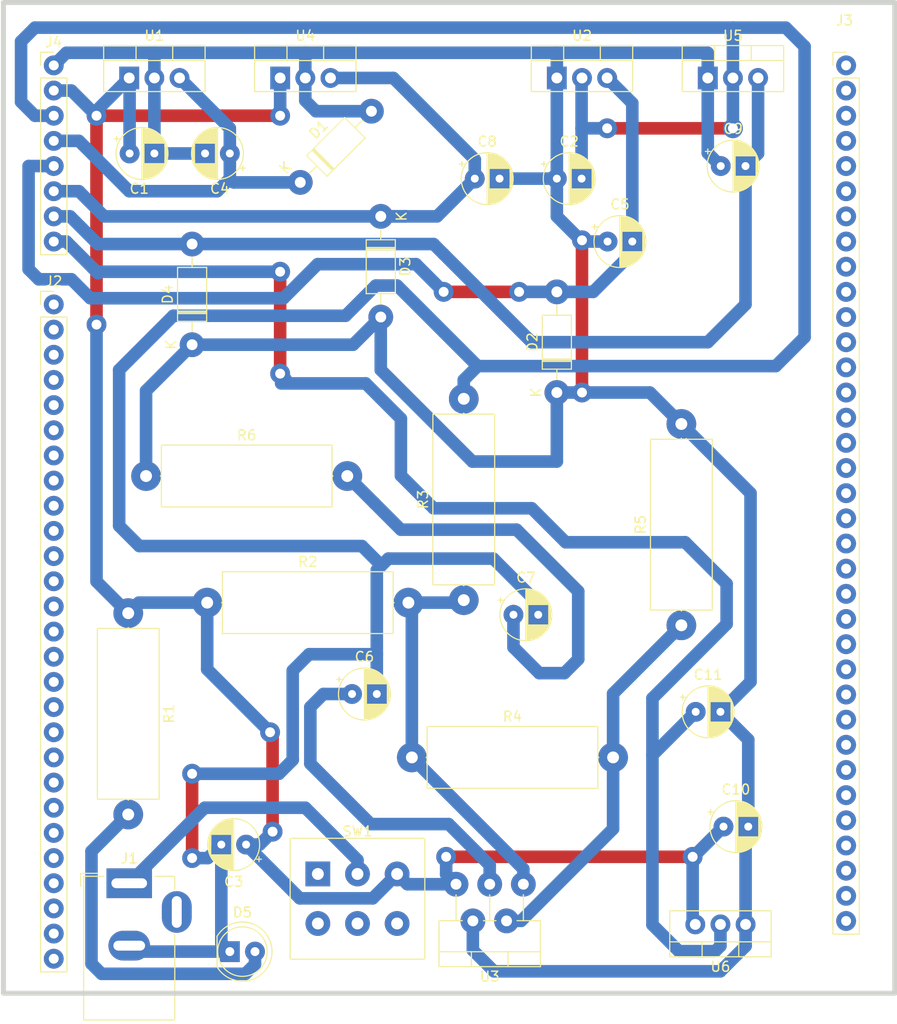
<source format=kicad_pcb>
(kicad_pcb (version 20221018) (generator pcbnew)
  (title_block (title "Fonte de tensao LM675") (date "2023-04-12") (rev "v01") (company "EITduino") (comment 1 "Autor: Gustavo Pinheiro") (comment 2 "reguladores: usar capacitores de tantalo"))
  (layers (0 "F.Cu" signal) (31 "B.Cu" signal) (34 "B.Paste" user) (35 "F.Paste" user) (36 "B.SilkS" user "B.Silkscreen") (37 "F.SilkS" user "F.Silkscreen") (38 "B.Mask" user) (39 "F.Mask" user) (44 "Edge.Cuts" user))
  (net 0 "")
  (net 1 "VCC")
  (net 2 "GND")
  (net 3 "Net-(U3-V-)")
  (net 4 "Net-(C7-Pad1)")
  (net 5 "Earth")
  (net 6 "+9V")
  (net 7 "-9V")
  (net 8 "+5V")
  (net 9 "-5V")
  (net 10 "+3.3V")
  (net 11 "Net-(D5-A)")
  (net 12 "Net-(J1-Pad1)")
  (net 13 "I1")
  (net 14 "I2")
  (net 15 "Ampl1")
  (net 16 "Ampl2")
  (net 17 "Sin1")
  (net 18 "Sin2")
  (net 48 "SinA")
  (net 49 "SinB")
  (net 50 "SINC")
  (net 51 "SPI_COPI")
  (net 52 "SPI_CIPO")
  (net 53 "SPI_clk")
  (net 54 "CS (AD9833)")
  (net 55 "CS (X9c10x)")
  (net 58 "SCL3")
  (net 59 "SDA3")
  (net 60 "SCL2")
  (net 61 "SDA2")
  (net 62 "SCL1")
  (net 63 "SDA1")
  (net 64 "Net-(U3-+)")
  (net 65 "Net-(U3--)")
  (footprint "Connector_BarrelJack:BarrelJack_GCT_DCJ200-10-A_Horizontal" (layer "F.Cu") (at 114.3 139.7)
    (fp_text reference "J1" (at 0 -2.5) (layer "F.SilkS"))
    (fp_text value "Barrel_Jack")
    (pad "1" thru_hole rect (at 0 0) (size 4.6 3) (drill oval 3.6 1) (layers "*.Cu" "*.Mask") (net 12 "Net-(J1-Pad1)"))
    (pad "2" thru_hole oval (at 0 6.3) (size 4.2 3) (drill oval 3.2 1) (layers "*.Cu" "*.Mask") (net 2 "GND"))
    (pad "3" thru_hole oval (at 4.8 2.9) (size 3 4.2) (drill oval 1 3.2) (layers "*.Cu" "*.Mask"))
  )
  (footprint "Package_TO_SOT_THT:TO-220-5_P3.4x3.7mm_StaggerOdd_Lead3.8mm_Vertical" (layer "F.Cu") (at 154.1 139.8 180)
    (fp_text reference "U3" (at 3.4 -9.32) (layer "F.SilkS"))
    (fp_text value "LM675")
    (pad "1" thru_hole circle (at 0 0 180) (size 2.5 2.5) (drill 1.1) (layers "*.Cu" "*.Mask") (net 64 "Net-(U3-+)"))
    (pad "2" thru_hole circle (at 1.7 -3.7 180) (size 2.5 2.5) (drill 1.1) (layers "*.Cu" "*.Mask") (net 65 "Net-(U3--)"))
    (pad "3" thru_hole circle (at 3.4 0 180) (size 2.5 2.5) (drill 1.1) (layers "*.Cu" "*.Mask") (net 3 "Net-(U3-V-)"))
    (pad "4" thru_hole circle (at 5.1 -3.7 180) (size 2.5 2.5) (drill 1.1) (layers "*.Cu" "*.Mask") (net 5 "Earth"))
    (pad "5" thru_hole circle (at 6.8 0 180) (size 2.5 2.5) (drill 1.1) (layers "*.Cu" "*.Mask") (net 1 "VCC"))
  )
  (footprint "Capacitor_THT:CP_Radial_D5.0mm_P2.50mm" (layer "F.Cu") (at 157.48 68.58)
    (fp_text reference "C2" (at 1.25 -3.75) (layer "F.SilkS"))
    (fp_text value "2.2uF")
    (pad "1" thru_hole circle (at 0 0) (size 2 2) (drill 0.8) (layers "*.Cu" "*.Mask") (net 5 "Earth"))
    (pad "2" thru_hole rect (at 2.5 0) (size 2 2.5) (drill 0.8) (layers "*.Cu" "*.Mask") (net 2 "GND"))
  )
  (footprint "Capacitor_THT:CP_Radial_D5.0mm_P2.50mm" (layer "F.Cu") (at 136.8 120.6)
    (fp_text reference "C6" (at 1.25 -3.75) (layer "F.SilkS"))
    (fp_text value "0.1uF")
    (pad "1" thru_hole circle (at 0 0) (size 2 2) (drill 0.8) (layers "*.Cu" "*.Mask") (net 3 "Net-(U3-V-)"))
    (pad "2" thru_hole rect (at 2.5 0) (size 2 2.5) (drill 0.8) (layers "*.Cu" "*.Mask") (net 2 "GND"))
  )
  (footprint "Resistor_THT:R_Axial_DIN0617_L17.0mm_D6.0mm_P20.32mm_Horizontal" (layer "F.Cu") (at 114.2 112.44 -90)
    (fp_text reference "R1" (at 10.16 -4.12 90) (layer "F.SilkS"))
    (fp_text value "1.5k")
    (pad "1" thru_hole circle (at 0 0 270) (size 3 3) (drill 1.2) (layers "*.Cu" "*.Mask") (net 1 "VCC"))
    (pad "2" thru_hole circle (at 20.32 0 270) (size 3 3) (drill 1.2) (layers "*.Cu" "*.Mask") (net 11 "Net-(D5-A)"))
  )
  (footprint "Diode_THT:D_DO-41_SOD81_P10.16mm_Horizontal" (layer "F.Cu") (at 157.48 90.17 90)
    (fp_text reference "D2" (at 5.08 -2.47 90) (layer "F.SilkS"))
    (fp_text value "1N5819")
    (fp_text user "K" (at 0 -2.1 90) (layer "F.SilkS"))
    (pad "1" thru_hole circle (at 0 0 90) (size 2.5 2.5) (drill 1.1) (layers "*.Cu" "*.Mask") (net 5 "Earth"))
    (pad "2" thru_hole circle (at 10.16 0 90) (size 2.5 2.5) (drill 1.1) (layers "*.Cu" "*.Mask") (net 7 "-9V"))
  )
  (footprint "Package_TO_SOT_THT:TO-220-3_Vertical" (layer "F.Cu") (at 114.3 58.42)
    (fp_text reference "U1" (at 2.54 -4.27) (layer "F.SilkS"))
    (fp_text value "L7809")
    (pad "1" thru_hole rect (at 0 0) (size 2 2.3) (drill 1.1) (layers "*.Cu" "*.Mask") (net 1 "VCC"))
    (pad "2" thru_hole circle (at 2.54 0) (size 2 2) (drill 1.1) (layers "*.Cu" "*.Mask") (net 5 "Earth"))
    (pad "3" thru_hole circle (at 5.08 0) (size 2 2) (drill 1.1) (layers "*.Cu" "*.Mask") (net 6 "+9V"))
  )
  (footprint "Diode_THT:D_DO-41_SOD81_P10.16mm_Horizontal" (layer "F.Cu") (at 120.65 85.344 90)
    (fp_text reference "D4" (at 5.08 -2.47 90) (layer "F.SilkS"))
    (fp_text value "1N5819")
    (fp_text user "K" (at 0 -2.1 90) (layer "F.SilkS"))
    (pad "1" thru_hole circle (at 0 0 90) (size 2.5 2.5) (drill 1.1) (layers "*.Cu" "*.Mask") (net 5 "Earth"))
    (pad "2" thru_hole circle (at 10.16 0 90) (size 2.5 2.5) (drill 1.1) (layers "*.Cu" "*.Mask") (net 9 "-5V"))
  )
  (footprint "Capacitor_THT:CP_Radial_D5.0mm_P2.50mm" (layer "F.Cu") (at 174.308888 133.985)
    (fp_text reference "C10" (at 1.25 -3.75) (layer "F.SilkS"))
    (fp_text value "10uF")
    (pad "1" thru_hole circle (at 0 0) (size 2 2) (drill 0.8) (layers "*.Cu" "*.Mask") (net 1 "VCC"))
    (pad "2" thru_hole rect (at 2.5 0) (size 2 2.5) (drill 0.8) (layers "*.Cu" "*.Mask") (net 5 "Earth"))
  )
  (footprint "Connector_PinHeader_2.54mm:PinHeader_1x35_P2.54mm_Vertical" (layer "F.Cu") (at 186.69 57.15)
    (fp_text reference "J3" (at -0.165 -4.535) (layer "F.SilkS"))
    (fp_text value "comunicacao / sinais digitais" hide)
    (pad "1" thru_hole circle (at 0 0) (size 2 2) (drill 1) (layers "*.Cu" "*.Mask") (net 50 "SINC"))
    (pad "2" thru_hole circle (at 0 2.54) (size 2 2) (drill 1) (layers "*.Cu" "*.Mask") (net 51 "SPI_COPI"))
    (pad "3" thru_hole circle (at 0 5.08) (size 2 2) (drill 1) (layers "*.Cu" "*.Mask") (net 52 "SPI_CIPO"))
    (pad "4" thru_hole circle (at 0 7.62) (size 2 2) (drill 1) (layers "*.Cu" "*.Mask") (net 53 "SPI_clk"))
    (pad "5" thru_hole circle (at 0 10.16) (size 2 2) (drill 1) (layers "*.Cu" "*.Mask") (net 54 "CS (AD9833)"))
    (pad "6" thru_hole circle (at 0 12.7) (size 2 2) (drill 1) (layers "*.Cu" "*.Mask") (net 55 "CS (X9c10x)"))
    (pad "7" thru_hole circle (at 0 15.24) (size 2 2) (drill 1) (layers "*.Cu" "*.Mask"))
    (pad "8" thru_hole circle (at 0 17.78) (size 2 2) (drill 1) (layers "*.Cu" "*.Mask"))
    (pad "9" thru_hole circle (at 0 20.32) (size 2 2) (drill 1) (layers "*.Cu" "*.Mask"))
    (pad "10" thru_hole circle (at 0 22.86) (size 2 2) (drill 1) (layers "*.Cu" "*.Mask"))
    (pad "11" thru_hole circle (at 0 25.4) (size 2 2) (drill 1) (layers "*.Cu" "*.Mask"))
    (pad "12" thru_hole circle (at 0 27.94) (size 2 2) (drill 1) (layers "*.Cu" "*.Mask"))
    (pad "13" thru_hole circle (at 0 30.48) (size 2 2) (drill 1) (layers "*.Cu" "*.Mask"))
    (pad "14" thru_hole circle (at 0 33.02) (size 2 2) (drill 1) (layers "*.Cu" "*.Mask"))
    (pad "15" thru_hole circle (at 0 35.56) (size 2 2) (drill 1) (layers "*.Cu" "*.Mask"))
    (pad "16" thru_hole circle (at 0 38.1) (size 2 2) (drill 1) (layers "*.Cu" "*.Mask"))
    (pad "17" thru_hole circle (at 0 40.64) (size 2 2) (drill 1) (layers "*.Cu" "*.Mask"))
    (pad "18" thru_hole circle (at 0 43.18) (size 2 2) (drill 1) (layers "*.Cu" "*.Mask"))
    (pad "19" thru_hole circle (at 0 45.72) (size 2 2) (drill 1) (layers "*.Cu" "*.Mask"))
    (pad "20" thru_hole circle (at 0 48.26) (size 2 2) (drill 1) (layers "*.Cu" "*.Mask"))
    (pad "21" thru_hole circle (at 0 50.8) (size 2 2) (drill 1) (layers "*.Cu" "*.Mask"))
    (pad "22" thru_hole circle (at 0 53.34) (size 2 2) (drill 1) (layers "*.Cu" "*.Mask"))
    (pad "23" thru_hole circle (at 0 55.88) (size 2 2) (drill 1) (layers "*.Cu" "*.Mask"))
    (pad "24" thru_hole circle (at 0 58.42) (size 2 2) (drill 1) (layers "*.Cu" "*.Mask"))
    (pad "25" thru_hole circle (at 0 60.96) (size 2 2) (drill 1) (layers "*.Cu" "*.Mask"))
    (pad "26" thru_hole circle (at 0 63.5) (size 2 2) (drill 1) (layers "*.Cu" "*.Mask"))
    (pad "27" thru_hole circle (at 0 66.04) (size 2 2) (drill 1) (layers "*.Cu" "*.Mask"))
    (pad "28" thru_hole circle (at 0 68.58) (size 2 2) (drill 1) (layers "*.Cu" "*.Mask"))
    (pad "29" thru_hole circle (at 0 71.12) (size 2 2) (drill 1) (layers "*.Cu" "*.Mask"))
    (pad "30" thru_hole circle (at 0 73.66) (size 2 2) (drill 1) (layers "*.Cu" "*.Mask") (net 58 "SCL3"))
    (pad "31" thru_hole circle (at 0 76.2) (size 2 2) (drill 1) (layers "*.Cu" "*.Mask") (net 59 "SDA3"))
    (pad "32" thru_hole circle (at 0 78.74) (size 2 2) (drill 1) (layers "*.Cu" "*.Mask") (net 60 "SCL2"))
    (pad "33" thru_hole circle (at 0 81.28) (size 2 2) (drill 1) (layers "*.Cu" "*.Mask") (net 61 "SDA2"))
    (pad "34" thru_hole circle (at 0 83.82) (size 2 2) (drill 1) (layers "*.Cu" "*.Mask") (net 62 "SCL1"))
    (pad "35" thru_hole circle (at 0 86.36) (size 2 2) (drill 1) (layers "*.Cu" "*.Mask") (net 63 "SDA1"))
  )
  (footprint "Resistor_THT:R_Axial_DIN0617_L17.0mm_D6.0mm_P20.32mm_Horizontal" (layer "F.Cu") (at 142.84 127)
    (fp_text reference "R4" (at 10.16 -4.12) (layer "F.SilkS"))
    (fp_text value "1k")
    (pad "1" thru_hole circle (at 0 0) (size 3 3) (drill 1.2) (layers "*.Cu" "*.Mask") (net 64 "Net-(U3-+)"))
    (pad "2" thru_hole circle (at 20.32 0) (size 3 3) (drill 1.2) (layers "*.Cu" "*.Mask") (net 65 "Net-(U3--)"))
  )
  (footprint "Package_TO_SOT_THT:TO-220-3_Vertical" (layer "F.Cu") (at 176.54 143.855 180)
    (fp_text reference "U6" (at 2.54 -4.27) (layer "F.SilkS"))
    (fp_text value "LM1117T-3.3")
    (pad "1" thru_hole circle (at 0 0 180) (size 2 2) (drill 1.1) (layers "*.Cu" "*.Mask") (net 5 "Earth"))
    (pad "2" thru_hole circle (at 2.54 0 180) (size 2 2) (drill 1.1) (layers "*.Cu" "*.Mask") (net 10 "+3.3V"))
    (pad "3" thru_hole circle (at 5.08 0 180) (size 2 2) (drill 1.1) (layers "*.Cu" "*.Mask") (net 1 "VCC"))
  )
  (footprint "Capacitor_THT:CP_Radial_D5.0mm_P2.50mm" (layer "F.Cu") (at 174.03 67.31)
    (fp_text reference "C9" (at 1.25 -3.75) (layer "F.SilkS"))
    (fp_text value "1uF")
    (pad "1" thru_hole circle (at 0 0) (size 2 2) (drill 0.8) (layers "*.Cu" "*.Mask") (net 5 "Earth"))
    (pad "2" thru_hole rect (at 2.5 0) (size 2 2.5) (drill 0.8) (layers "*.Cu" "*.Mask") (net 9 "-5V"))
  )
  (footprint "Resistor_THT:R_Axial_DIN0617_L17.0mm_D6.0mm_P20.32mm_Horizontal" (layer "F.Cu") (at 170.053 113.665 90)
    (fp_text reference "R5" (at 10.16 -4.12 90) (layer "F.SilkS"))
    (fp_text value "15k")
    (pad "1" thru_hole circle (at 0 0 90) (size 3 3) (drill 1.2) (layers "*.Cu" "*.Mask") (net 65 "Net-(U3--)"))
    (pad "2" thru_hole circle (at 20.32 0 90) (size 3 3) (drill 1.2) (layers "*.Cu" "*.Mask") (net 5 "Earth"))
  )
  (footprint "Package_TO_SOT_THT:TO-220-3_Vertical" (layer "F.Cu") (at 157.48 58.42)
    (fp_text reference "U2" (at 2.54 -4.27) (layer "F.SilkS"))
    (fp_text value "LM7909_TO220")
    (pad "1" thru_hole rect (at 0 0) (size 2 2.3) (drill 1.1) (layers "*.Cu" "*.Mask") (net 5 "Earth"))
    (pad "2" thru_hole circle (at 2.54 0) (size 2 2) (drill 1.1) (layers "*.Cu" "*.Mask") (net 2 "GND"))
    (pad "3" thru_hole circle (at 5.08 0) (size 2 2) (drill 1.1) (layers "*.Cu" "*.Mask") (net 7 "-9V"))
  )
  (footprint "Capacitor_THT:CP_Radial_D5.0mm_P2.50mm" (layer "F.Cu") (at 149.194888 68.58)
    (fp_text reference "C8" (at 1.25 -3.75) (layer "F.SilkS"))
    (fp_text value "0.1uF")
    (pad "1" thru_hole circle (at 0 0) (size 2 2) (drill 0.8) (layers "*.Cu" "*.Mask") (net 8 "+5V"))
    (pad "2" thru_hole rect (at 2.5 0) (size 2 2.5) (drill 0.8) (layers "*.Cu" "*.Mask") (net 5 "Earth"))
  )
  (footprint "Connector_PinHeader_2.54mm:PinHeader_1x08_P2.54mm_Vertical" (layer "F.Cu") (at 106.68 57.15)
    (fp_text reference "J4" (at 0 -2.33) (layer "F.SilkS"))
    (fp_text value "tensoes" hide)
    (pad "1" thru_hole circle (at 0 0) (size 2 2) (drill 1) (layers "*.Cu" "*.Mask") (net 5 "Earth"))
    (pad "2" thru_hole circle (at 0 2.54) (size 2 2) (drill 1) (layers "*.Cu" "*.Mask") (net 1 "VCC"))
    (pad "3" thru_hole circle (at 0 5.08) (size 2 2) (drill 1) (layers "*.Cu" "*.Mask") (net 2 "GND"))
    (pad "4" thru_hole circle (at 0 7.62) (size 2 2) (drill 1) (layers "*.Cu" "*.Mask") (net 6 "+9V"))
    (pad "5" thru_hole circle (at 0 10.16) (size 2 2) (drill 1) (layers "*.Cu" "*.Mask") (net 7 "-9V"))
    (pad "6" thru_hole circle (at 0 12.7) (size 2 2) (drill 1) (layers "*.Cu" "*.Mask") (net 8 "+5V"))
    (pad "7" thru_hole circle (at 0 15.24) (size 2 2) (drill 1) (layers "*.Cu" "*.Mask") (net 9 "-5V"))
    (pad "8" thru_hole circle (at 0 17.78) (size 2 2) (drill 1) (layers "*.Cu" "*.Mask") (net 10 "+3.3V"))
  )
  (footprint "Connector_PinHeader_2.54mm:PinHeader_1x27_P2.54mm_Vertical" (layer "F.Cu") (at 106.68 81.28)
    (fp_text reference "J2" (at 0 -2.33) (layer "F.SilkS"))
    (fp_text value "sinais analogicos")
    (pad "1" thru_hole circle (at 0 0) (size 2 2) (drill 1) (layers "*.Cu" "*.Mask"))
    (pad "2" thru_hole circle (at 0 2.54) (size 2 2) (drill 1) (layers "*.Cu" "*.Mask"))
    (pad "3" thru_hole circle (at 0 5.08) (size 2 2) (drill 1) (layers "*.Cu" "*.Mask"))
    (pad "4" thru_hole circle (at 0 7.62) (size 2 2) (drill 1) (layers "*.Cu" "*.Mask"))
    (pad "5" thru_hole circle (at 0 10.16) (size 2 2) (drill 1) (layers "*.Cu" "*.Mask"))
    (pad "6" thru_hole circle (at 0 12.7) (size 2 2) (drill 1) (layers "*.Cu" "*.Mask"))
    (pad "7" thru_hole circle (at 0 15.24) (size 2 2) (drill 1) (layers "*.Cu" "*.Mask"))
    (pad "8" thru_hole circle (at 0 17.78) (size 2 2) (drill 1) (layers "*.Cu" "*.Mask"))
    (pad "9" thru_hole circle (at 0 20.32) (size 2 2) (drill 1) (layers "*.Cu" "*.Mask"))
    (pad "10" thru_hole circle (at 0 22.86) (size 2 2) (drill 1) (layers "*.Cu" "*.Mask"))
    (pad "11" thru_hole circle (at 0 25.4) (size 2 2) (drill 1) (layers "*.Cu" "*.Mask"))
    (pad "12" thru_hole circle (at 0 27.94) (size 2 2) (drill 1) (layers "*.Cu" "*.Mask"))
    (pad "13" thru_hole circle (at 0 30.48) (size 2 2) (drill 1) (layers "*.Cu" "*.Mask"))
    (pad "14" thru_hole circle (at 0 33.02) (size 2 2) (drill 1) (layers "*.Cu" "*.Mask"))
    (pad "15" thru_hole circle (at 0 35.56) (size 2 2) (drill 1) (layers "*.Cu" "*.Mask"))
    (pad "16" thru_hole circle (at 0 38.1) (size 2 2) (drill 1) (layers "*.Cu" "*.Mask"))
    (pad "17" thru_hole circle (at 0 40.64) (size 2 2) (drill 1) (layers "*.Cu" "*.Mask"))
    (pad "18" thru_hole circle (at 0 43.18) (size 2 2) (drill 1) (layers "*.Cu" "*.Mask"))
    (pad "19" thru_hole circle (at 0 45.72) (size 2 2) (drill 1) (layers "*.Cu" "*.Mask"))
    (pad "20" thru_hole circle (at 0 48.26) (size 2 2) (drill 1) (layers "*.Cu" "*.Mask") (net 13 "I1"))
    (pad "21" thru_hole circle (at 0 50.8) (size 2 2) (drill 1) (layers "*.Cu" "*.Mask") (net 14 "I2"))
    (pad "22" thru_hole circle (at 0 53.34) (size 2 2) (drill 1) (layers "*.Cu" "*.Mask") (net 15 "Ampl1"))
    (pad "23" thru_hole circle (at 0 55.88) (size 2 2) (drill 1) (layers "*.Cu" "*.Mask") (net 16 "Ampl2"))
    (pad "24" thru_hole circle (at 0 58.42) (size 2 2) (drill 1) (layers "*.Cu" "*.Mask") (net 17 "Sin1"))
    (pad "25" thru_hole circle (at 0 60.96) (size 2 2) (drill 1) (layers "*.Cu" "*.Mask") (net 18 "Sin2"))
    (pad "26" thru_hole circle (at 0 63.5) (size 2 2) (drill 1) (layers "*.Cu" "*.Mask") (net 48 "SinA"))
    (pad "27" thru_hole circle (at 0 66.04) (size 2 2) (drill 1) (layers "*.Cu" "*.Mask") (net 49 "SinB"))
  )
  (footprint "Button_Switch_THT:SW_PUSH_E-Switch_FS5700DP_DPDT" (layer "F.Cu") (at 133.35 138.764)
    (fp_text reference "SW1" (at 4 -4.3) (layer "F.SilkS"))
    (fp_text value "SW_Push_DPDT")
    (pad "1" thru_hole rect (at 0 0) (size 2.5 2.5) (drill 1.2) (layers "*.Cu" "*.Mask"))
    (pad "2" thru_hole circle (at 4 0) (size 2.5 2.5) (drill 1.2) (layers "*.Cu" "*.Mask") (net 12 "Net-(J1-Pad1)"))
    (pad "3" thru_hole circle (at 8 0) (size 2.5 2.5) (drill 1.2) (layers "*.Cu" "*.Mask") (net 1 "VCC"))
    (pad "4" thru_hole circle (at 0 5) (size 2.5 2.5) (drill 1.2) (layers "*.Cu" "*.Mask"))
    (pad "5" thru_hole circle (at 4 5) (size 2.5 2.5) (drill 1.2) (layers "*.Cu" "*.Mask"))
    (pad "6" thru_hole circle (at 8 5) (size 2.5 2.5) (drill 1.2) (layers "*.Cu" "*.Mask"))
  )
  (footprint "Resistor_THT:R_Axial_DIN0617_L17.0mm_D6.0mm_P20.32mm_Horizontal" (layer "F.Cu") (at 122.174 111.379)
    (fp_text reference "R2" (at 10.16 -4.12) (layer "F.SilkS"))
    (fp_text value "22k")
    (pad "1" thru_hole circle (at 0 0) (size 3 3) (drill 1.2) (layers "*.Cu" "*.Mask") (net 1 "VCC"))
    (pad "2" thru_hole circle (at 20.32 0) (size 3 3) (drill 1.2) (layers "*.Cu" "*.Mask") (net 64 "Net-(U3-+)"))
  )
  (footprint "Package_TO_SOT_THT:TO-220-3_Vertical" (layer "F.Cu") (at 129.54 58.42)
    (fp_text reference "U4" (at 2.54 -4.27) (layer "F.SilkS"))
    (fp_text value "L7805")
    (pad "1" thru_hole rect (at 0 0) (size 2 2.3) (drill 1.1) (layers "*.Cu" "*.Mask") (net 1 "VCC"))
    (pad "2" thru_hole circle (at 2.54 0) (size 2 2) (drill 1.1) (layers "*.Cu" "*.Mask") (net 5 "Earth"))
    (pad "3" thru_hole circle (at 5.08 0) (size 2 2) (drill 1.1) (layers "*.Cu" "*.Mask") (net 8 "+5V"))
  )
  (footprint "Capacitor_THT:CP_Radial_D5.0mm_P2.50mm" (layer "F.Cu") (at 162.6 74.93)
    (fp_text reference "C5" (at 1.25 -3.75) (layer "F.SilkS"))
    (fp_text value "1uF")
    (pad "1" thru_hole circle (at 0 0) (size 2 2) (drill 0.8) (layers "*.Cu" "*.Mask") (net 5 "Earth"))
    (pad "2" thru_hole rect (at 2.5 0) (size 2 2.5) (drill 0.8) (layers "*.Cu" "*.Mask") (net 7 "-9V"))
  )
  (footprint "Package_TO_SOT_THT:TO-220-3_Vertical" (layer "F.Cu") (at 172.72 58.42)
    (fp_text reference "U5" (at 2.54 -4.27) (layer "F.SilkS"))
    (fp_text value "L7905")
    (pad "1" thru_hole rect (at 0 0) (size 2 2.3) (drill 1.1) (layers "*.Cu" "*.Mask") (net 5 "Earth"))
    (pad "2" thru_hole circle (at 2.54 0) (size 2 2) (drill 1.1) (layers "*.Cu" "*.Mask") (net 2 "GND"))
    (pad "3" thru_hole circle (at 5.08 0) (size 2 2) (drill 1.1) (layers "*.Cu" "*.Mask") (net 9 "-5V"))
  )
  (footprint "Capacitor_THT:CP_Radial_D5.0mm_P2.50mm" (layer "F.Cu") (at 153.1 112.6)
    (fp_text reference "C7" (at 1.25 -3.75) (layer "F.SilkS"))
    (fp_text value "0.22uF")
    (pad "1" thru_hole circle (at 0 0) (size 2 2) (drill 0.8) (layers "*.Cu" "*.Mask") (net 4 "Net-(C7-Pad1)"))
    (pad "2" thru_hole rect (at 2.5 0) (size 2 2.5) (drill 0.8) (layers "*.Cu" "*.Mask") (net 2 "GND"))
  )
  (footprint "Capacitor_THT:CP_Radial_D5.0mm_P2.50mm" (layer "F.Cu") (at 114.34 66.04)
    (fp_text reference "C1" (at 0.976 3.556) (layer "F.SilkS"))
    (fp_text value "0.33uF")
    (pad "1" thru_hole circle (at 0 0) (size 2 2) (drill 0.8) (layers "*.Cu" "*.Mask") (net 1 "VCC"))
    (pad "2" thru_hole rect (at 2.5 0) (size 2 2.5) (drill 0.8) (layers "*.Cu" "*.Mask") (net 5 "Earth"))
  )
  (footprint "Resistor_THT:R_Axial_DIN0617_L17.0mm_D6.0mm_P20.32mm_Horizontal" (layer "F.Cu") (at 148.082 111.125 90)
    (fp_text reference "R3" (at 10.16 -4.12 90) (layer "F.SilkS"))
    (fp_text value "22k")
    (pad "1" thru_hole circle (at 0 0 90) (size 3 3) (drill 1.2) (layers "*.Cu" "*.Mask") (net 64 "Net-(U3-+)"))
    (pad "2" thru_hole circle (at 20.32 0 90) (size 3 3) (drill 1.2) (layers "*.Cu" "*.Mask") (net 2 "GND"))
  )
  (footprint "Diode_THT:D_DO-41_SOD81_P10.16mm_Horizontal" (layer "F.Cu") (at 139.7 72.39 -90)
    (fp_text reference "D3" (at 5.08 -2.47 90) (layer "F.SilkS"))
    (fp_text value "1N5819")
    (fp_text user "K" (at 0 -2.1 90) (layer "F.SilkS"))
    (pad "1" thru_hole circle (at 0 0 270) (size 2.5 2.5) (drill 1.1) (layers "*.Cu" "*.Mask") (net 8 "+5V"))
    (pad "2" thru_hole circle (at 10.16 0 270) (size 2.5 2.5) (drill 1.1) (layers "*.Cu" "*.Mask") (net 5 "Earth"))
  )
  (footprint "Capacitor_THT:CP_Radial_D5.0mm_P2.50mm" (layer "F.Cu") (at 171.5 122.4)
    (fp_text reference "C11" (at 1.25 -3.75) (layer "F.SilkS"))
    (fp_text value "10uF")
    (pad "1" thru_hole circle (at 0 0) (size 2 2) (drill 0.8) (layers "*.Cu" "*.Mask") (net 10 "+3.3V"))
    (pad "2" thru_hole rect (at 2.5 0) (size 2 2.5) (drill 0.8) (layers "*.Cu" "*.Mask") (net 5 "Earth"))
  )
  (footprint "Capacitor_THT:CP_Radial_D5.0mm_P2.50mm" (layer "F.Cu") (at 126.1 135.8 180)
    (fp_text reference "C3" (at 1.25 -3.75) (layer "F.SilkS"))
    (fp_text value "0.1uf")
    (pad "1" thru_hole circle (at 0 0 180) (size 2 2) (drill 0.8) (layers "*.Cu" "*.Mask") (net 1 "VCC"))
    (pad "2" thru_hole rect (at 2.5 0 180) (size 2 2.5) (drill 0.8) (layers "*.Cu" "*.Mask") (net 2 "GND"))
  )
  (footprint "Resistor_THT:R_Axial_DIN0617_L17.0mm_D6.0mm_P20.32mm_Horizontal" (layer "F.Cu") (at 116 98.6)
    (fp_text reference "R6" (at 10.16 -4.12) (layer "F.SilkS"))
    (fp_text value "1")
    (pad "1" thru_hole circle (at 0 0) (size 3 3) (drill 1.2) (layers "*.Cu" "*.Mask") (net 5 "Earth"))
    (pad "2" thru_hole circle (at 20.32 0) (size 3 3) (drill 1.2) (layers "*.Cu" "*.Mask") (net 4 "Net-(C7-Pad1)"))
  )
  (footprint "Capacitor_THT:CP_Radial_D5.0mm_P2.50mm" (layer "F.Cu") (at 124.46 66.04 180)
    (fp_text reference "C4" (at 1.016 -3.556) (layer "F.SilkS"))
    (fp_text value "0.1uF")
    (pad "1" thru_hole circle (at 0 0 180) (size 2 2) (drill 0.8) (layers "*.Cu" "*.Mask") (net 6 "+9V"))
    (pad "2" thru_hole rect (at 2.5 0 180) (size 2 2.5) (drill 0.8) (layers "*.Cu" "*.Mask") (net 5 "Earth"))
  )
  (footprint "Diode_THT:D_DO-41_SOD81_P10.16mm_Horizontal" (layer "F.Cu") (at 131.572 68.961 45)
    (fp_text reference "D1" (at 5.08 -2.47 45) (layer "F.SilkS"))
    (fp_text value "1N5819")
    (fp_text user "K" (at 0 -2.1 45) (layer "F.SilkS"))
    (pad "1" thru_hole circle (at 0 0 45) (size 2.5 2.5) (drill 1.1) (layers "*.Cu" "*.Mask") (net 6 "+9V"))
    (pad "2" thru_hole circle (at 10.16 0 45) (size 2.5 2.5) (drill 1.1) (layers "*.Cu" "*.Mask") (net 5 "Earth"))
  )
  (footprint "LED_THT:LED_D5.0mm" (layer "F.Cu") (at 124.46 146.6)
    (fp_text reference "D5" (at 1.27 -3.96) (layer "F.SilkS"))
    (fp_text value "LED")
    (pad "1" thru_hole rect (at 0 0) (size 2 2.1) (drill 0.9) (layers "*.Cu" "*.Mask") (net 2 "GND"))
    (pad "2" thru_hole circle (at 2.54 0) (size 2 2) (drill 0.9) (layers "*.Cu" "*.Mask") (net 11 "Net-(D5-A)"))
  )
  (gr_line (start 191.59982 150.7998) (end 101.6 150.7998) (stroke (width 0.5)) (layer "Edge.Cuts"))
  (gr_line (start 191.6 150.8) (end 191.6 50.8) (stroke (width 0.5)) (layer "Edge.Cuts"))
  (gr_line (start 101.6 50.8) (end 191.6 50.8) (stroke (width 0.5)) (layer "Edge.Cuts"))
  (gr_line (start 101.6 50.8) (end 101.6 150.7998) (stroke (width 0.5)) (layer "Edge.Cuts"))
  (segment (start 128.524 124.46) (end 128.778 124.714) (width 1.27) (layer "F.Cu") (net 1))
  (segment (start 110.998 62.23) (end 110.998 83.312) (width 1.27) (layer "F.Cu") (net 1))
  (segment (start 146.304 137.033) (end 171.196 137.033) (width 1.27) (layer "F.Cu") (net 1))
  (segment (start 128.778 124.714) (end 128.778 134.493) (width 1.27) (layer "F.Cu") (net 1))
  (segment (start 110.998 62.23) (end 129.54 62.23) (width 1.27) (layer "F.Cu") (net 1))
  (via (at 110.998 62.23) (size 2) (drill 1) (layers "F.Cu" "B.Cu") (net 1))
  (via (at 171.196 137.033) (size 2) (drill 1) (layers "F.Cu" "B.Cu") (net 1))
  (via (at 129.54 62.23) (size 2) (drill 1) (layers "F.Cu" "B.Cu") (net 1))
  (via (at 146.304 137.033) (size 2) (drill 1) (layers "F.Cu" "B.Cu") (net 1))
  (via (at 110.998 83.312) (size 2) (drill 1) (layers "F.Cu" "B.Cu") (net 1))
  (via (at 128.524 124.46) (size 2) (drill 1) (layers "F.Cu" "B.Cu") (net 1))
  (via (at 128.778 134.493) (size 2) (drill 1) (layers "F.Cu" "B.Cu") (net 1))
  (segment (start 110.998 83.312) (end 110.998 109.238) (width 1.27) (layer "B.Cu") (net 1))
  (segment (start 147.3 139.8) (end 142.386 139.8) (width 1.27) (layer "B.Cu") (net 1))
  (segment (start 128.524 124.46) (end 122.174 118.11) (width 1.27) (layer "B.Cu") (net 1))
  (segment (start 146.304 137.033) (end 146.304 138.804) (width 1.27) (layer "B.Cu") (net 1))
  (segment (start 108.458 59.69) (end 106.68 59.69) (width 1.27) (layer "B.Cu") (net 1))
  (segment (start 122.174 111.379) (end 115.261 111.379) (width 1.27) (layer "B.Cu") (net 1))
  (segment (start 171.260888 137.033) (end 174.308888 133.985) (width 1.27) (layer "B.Cu") (net 1))
  (segment (start 138.89 141.224) (end 131.524 141.224) (width 1.27) (layer "B.Cu") (net 1))
  (segment (start 110.998 62.23) (end 108.458 59.69) (width 1.27) (layer "B.Cu") (net 1))
  (segment (start 142.386 139.8) (end 141.35 138.764) (width 1.27) (layer "B.Cu") (net 1))
  (segment (start 171.196 143.591) (end 171.46 143.855) (width 1.27) (layer "B.Cu") (net 1))
  (segment (start 129.54 62.23) (end 129.54 58.42) (width 1.27) (layer "B.Cu") (net 1))
  (segment (start 126.1 135.8) (end 127.471 135.8) (width 1.27) (layer "B.Cu") (net 1))
  (segment (start 171.196 137.033) (end 171.260888 137.033) (width 1.27) (layer "B.Cu") (net 1))
  (segment (start 131.524 141.224) (end 126.1 135.8) (width 1.27) (layer "B.Cu") (net 1))
  (segment (start 171.196 137.033) (end 171.196 143.591) (width 1.27) (layer "B.Cu") (net 1))
  (segment (start 115.261 111.379) (end 114.2 112.44) (width 1.27) (layer "B.Cu") (net 1))
  (segment (start 114.34 66.04) (end 114.34 58.46) (width 1.27) (layer "B.Cu") (net 1))
  (segment (start 146.304 138.804) (end 147.3 139.8) (width 1.27) (layer "B.Cu") (net 1))
  (segment (start 141.35 138.764) (end 138.89 141.224) (width 1.27) (layer "B.Cu") (net 1))
  (segment (start 114.34 58.46) (end 114.3 58.42) (width 1.27) (layer "B.Cu") (net 1))
  (segment (start 122.174 118.11) (end 122.174 111.379) (width 1.27) (layer "B.Cu") (net 1))
  (segment (start 110.998 62.23) (end 110.998 61.722) (width 1.27) (layer "B.Cu") (net 1))
  (segment (start 110.998 109.238) (end 114.2 112.44) (width 1.27) (layer "B.Cu") (net 1))
  (segment (start 110.998 61.722) (end 114.3 58.42) (width 1.27) (layer "B.Cu") (net 1))
  (segment (start 127.471 135.8) (end 128.778 134.493) (width 1.27) (layer "B.Cu") (net 1))
  (segment (start 120.65 128.651) (end 120.65 137.16) (width 1.27) (layer "F.Cu") (net 2))
  (segment (start 175.26 63.5) (end 162.56 63.5) (width 1.27) (layer "F.Cu") (net 2))
  (via (at 175.26 63.5) (size 2) (drill 1) (layers "F.Cu" "B.Cu") (net 2))
  (via (at 162.56 63.5) (size 2) (drill 1) (layers "F.Cu" "B.Cu") (net 2))
  (via (at 120.65 128.651) (size 2) (drill 1) (layers "F.Cu" "B.Cu") (net 2))
  (via (at 120.65 137.16) (size 2) (drill 1) (layers "F.Cu" "B.Cu") (net 2))
  (segment (start 122.24 137.16) (end 123.6 135.8) (width 1.27) (layer "B.Cu") (net 2))
  (segment (start 180.594 53.34) (end 182.499 55.245) (width 1.27) (layer "B.Cu") (net 2))
  (segment (start 130.81 118.237) (end 132.461 116.586) (width 1.27) (layer "B.Cu") (net 2))
  (segment (start 120.65 137.16) (end 122.24 137.16) (width 1.27) (layer "B.Cu") (net 2))
  (segment (start 118.745 82.423) (end 136.144 82.423) (width 1.27) (layer "B.Cu") (net 2))
  (segment (start 139.3 120.6) (end 139.3 116.586) (width 1.27) (layer "B.Cu") (net 2))
  (segment (start 151.06537 106.934) (end 155.6 111.46863) (width 1.27) (layer "B.Cu") (net 2))
  (segment (start 140.462 106.934) (end 151.06537 106.934) (width 1.27) (layer "B.Cu") (net 2))
  (segment (start 175.26 63.5) (end 175.26 58.42) (width 1.27) (layer "B.Cu") (net 2))
  (segment (start 113.284 103.632) (end 113.284 87.884) (width 1.27) (layer "B.Cu") (net 2))
  (segment (start 160.02 68.54) (end 159.98 68.58) (width 1.27) (layer "B.Cu") (net 2))
  (segment (start 114.9 146.6) (end 114.3 146) (width 1.27) (layer "B.Cu") (net 2))
  (segment (start 136.144 82.423) (end 139.192 79.375) (width 1.27) (layer "B.Cu") (net 2))
  (segment (start 139.3 108.096) (end 139.7635 107.6325) (width 1.27) (layer "B.Cu") (net 2))
  (segment (start 159.98 58.46) (end 160.02 58.42) (width 1.27) (layer "B.Cu") (net 2))
  (segment (start 175.26 53.34) (end 175.26 58.42) (width 1.27) (layer "B.Cu") (net 2))
  (segment (start 139.192 79.375) (end 141.351 79.375) (width 1.27) (layer "B.Cu") (net 2))
  (segment (start 113.284 87.884) (end 118.745 82.423) (width 1.27) (layer "B.Cu") (net 2))
  (segment (start 179.578 87.503) (end 182.499 84.582) (width 1.27) (layer "B.Cu") (net 2))
  (segment (start 139.7635 107.6325) (end 137.795 105.664) (width 1.27) (layer "B.Cu") (net 2))
  (segment (start 182.499 84.582) (end 182.499 55.245) (width 1.27) (layer "B.Cu") (net 2))
  (segment (start 132.461 116.586) (end 139.3 116.586) (width 1.27) (layer "B.Cu") (net 2))
  (segment (start 103.378 60.833) (end 103.378 54.737) (width 1.27) (layer "B.Cu") (net 2))
  (segment (start 175.26 53.34) (end 180.594 53.34) (width 1.27) (layer "B.Cu") (net 2))
  (segment (start 159.98 63.5) (end 159.98 58.46) (width 1.27) (layer "B.Cu") (net 2))
  (segment (start 123.6 135.8) (end 123.6 145.74) (width 1.27) (layer "B.Cu") (net 2))
  (segment (start 104.775 62.23) (end 103.378 60.833) (width 1.27) (layer "B.Cu") (net 2))
  (segment (start 123.6 145.74) (end 124.46 146.6) (width 1.27) (layer "B.Cu") (net 2))
  (segment (start 141.351 79.375) (end 149.479 87.503) (width 1.27) (layer "B.Cu") (net 2))
  (segment (start 130.81 127.254) (end 130.81 118.237) (width 1.27) (layer "B.Cu") (net 2))
  (segment (start 115.316 105.664) (end 113.284 103.632) (width 1.27) (layer "B.Cu") (net 2))
  (segment (start 106.68 62.23) (end 104.775 62.23) (width 1.27) (layer "B.Cu") (net 2))
  (segment (start 139.3 116.586) (end 139.3 108.096) (width 1.27) (layer "B.Cu") (net 2))
  (segment (start 159.98 68.58) (end 159.98 63.5) (width 1.27) (layer "B.Cu") (net 2))
  (segment (start 148.082 88.9) (end 149.479 87.503) (width 1.27) (layer "B.Cu") (net 2))
  (segment (start 137.795 105.664) (end 115.316 105.664) (width 1.27) (layer "B.Cu") (net 2))
  (segment (start 104.775 53.34) (end 175.26 53.34) (width 1.27) (layer "B.Cu") (net 2))
  (segment (start 103.378 54.737) (end 104.775 53.34) (width 1.27) (layer "B.Cu") (net 2))
  (segment (start 139.7635 107.6325) (end 140.462 106.934) (width 1.27) (layer "B.Cu") (net 2))
  (segment (start 155.6 111.46863) (end 155.6 112.6) (width 1.27) (layer "B.Cu") (net 2))
  (segment (start 120.65 128.651) (end 129.413 128.651) (width 1.27) (layer "B.Cu") (net 2))
  (segment (start 124.46 146.6) (end 114.9 146.6) (width 1.27) (layer "B.Cu") (net 2))
  (segment (start 148.082 90.805) (end 148.082 88.9) (width 1.27) (layer "B.Cu") (net 2))
  (segment (start 149.479 87.503) (end 179.578 87.503) (width 1.27) (layer "B.Cu") (net 2))
  (segment (start 129.413 128.651) (end 130.81 127.254) (width 1.27) (layer "B.Cu") (net 2))
  (segment (start 162.56 63.5) (end 159.98 63.5) (width 1.27) (layer "B.Cu") (net 2))
  (segment (start 136.8 120.6) (end 133.908 120.6) (width 1.27) (layer "B.Cu") (net 3))
  (segment (start 146.558 133.731) (end 150.7 137.873) (width 1.27) (layer "B.Cu") (net 3))
  (segment (start 133.908 120.6) (end 132.588 121.92) (width 1.27) (layer "B.Cu") (net 3))
  (segment (start 150.7 137.873) (end 150.7 139.8) (width 1.27) (layer "B.Cu") (net 3))
  (segment (start 132.588 127.635) (end 138.684 133.731) (width 1.27) (layer "B.Cu") (net 3))
  (segment (start 138.684 133.731) (end 146.558 133.731) (width 1.27) (layer "B.Cu") (net 3))
  (segment (start 132.588 121.92) (end 132.588 127.635) (width 1.27) (layer "B.Cu") (net 3))
  (segment (start 153.416 104.013) (end 141.732 104.013) (width 1.27) (layer "B.Cu") (net 4))
  (segment (start 139.065 101.345) (end 139.065 101.346) (width 1.27) (layer "B.Cu") (net 4))
  (segment (start 153.1 115.889) (end 155.702 118.491) (width 1.27) (layer "B.Cu") (net 4))
  (segment (start 153.1 112.6) (end 153.1 115.889) (width 1.27) (layer "B.Cu") (net 4))
  (segment (start 159.639 117.094) (end 159.639 110.236) (width 1.27) (layer "B.Cu") (net 4))
  (segment (start 139.065 101.345) (end 136.32 98.6) (width 1.27) (layer "B.Cu") (net 4))
  (segment (start 139.065 101.346) (end 141.732 104.013) (width 1.27) (layer "B.Cu") (net 4))
  (segment (start 155.702 118.491) (end 158.242 118.491) (width 1.27) (layer "B.Cu") (net 4))
  (segment (start 159.639 110.236) (end 153.416 104.013) (width 1.27) (layer "B.Cu") (net 4))
  (segment (start 158.242 118.491) (end 159.639 117.094) (width 1.27) (layer "B.Cu") (net 4))
  (segment (start 160.02 74.803) (end 160.02 90.17) (width 1.27) (layer "F.Cu") (net 5))
  (via (at 160.02 74.803) (size 2) (drill 1) (layers "F.Cu" "B.Cu") (net 5))
  (via (at 160.02 90.17) (size 2) (drill 1) (layers "F.Cu" "B.Cu") (net 5))
  (segment (start 157.48 72.39) (end 157.48 68.58) (width 1.27) (layer "B.Cu") (net 5))
  (segment (start 162.6 74.93) (end 160.02 74.93) (width 1.27) (layer "B.Cu") (net 5))
  (segment (start 160.02 74.93) (end 157.48 72.39) (width 1.27) (layer "B.Cu") (net 5))
  (segment (start 132.08 55.88) (end 157.48 55.88) (width 1.27) (layer "B.Cu") (net 5))
  (segment (start 148.952 97.136) (end 139.7 87.884) (width 1.27) (layer "B.Cu") (net 5))
  (segment (start 132.08 55.88) (end 132.08 58.42) (width 1.27) (layer "B.Cu") (net 5))
  (segment (start 136.906 85.344) (end 139.7 82.55) (width 1.27) (layer "B.Cu") (net 5))
  (segment (start 174 122.4) (end 177.038 119.362) (width 1.27) (layer "B.Cu") (net 5))
  (segment (start 139.7 87.884) (end 139.7 82.55) (width 1.27) (layer "B.Cu") (net 5))
  (segment (start 132.08 60.706) (end 133.150795 61.776795) (width 1.27) (layer "B.Cu") (net 5))
  (segment (start 116 89.994) (end 120.65 85.344) (width 1.27) (layer "B.Cu") (net 5))
  (segment (start 149 146.46) (end 151.13 148.59) (width 1.27) (layer "B.Cu") (net 5))
  (segment (start 172.72 58.42) (end 172.72 66) (width 1.27) (layer "B.Cu") (net 5))
  (segment (start 116.84 55.88) (end 132.08 55.88) (width 1.27) (layer "B.Cu") (net 5))
  (segment (start 160.02 90.17) (end 166.878 90.17) (width 1.27) (layer "B.Cu") (net 5))
  (segment (start 116 98.6) (end 116 89.994) (width 1.27) (layer "B.Cu") (net 5))
  (segment (start 157.48 55.88) (end 172.72 55.88) (width 1.27) (layer "B.Cu") (net 5))
  (segment (start 106.68 57.15) (end 107.95 55.88) (width 1.27) (layer "B.Cu") (net 5))
  (segment (start 133.150795 61.776795) (end 138.756205 61.776795) (width 1.27) (layer "B.Cu") (net 5))
  (segment (start 121.96 66.04) (end 116.84 66.04) (width 1.27) (layer "B.Cu") (net 5))
  (segment (start 166.878 90.17) (end 170.053 93.345) (width 1.27) (layer "B.Cu") (net 5))
  (segment (start 132.08 58.42) (end 132.08 60.706) (width 1.27) (layer "B.Cu") (net 5))
  (segment (start 157.48 97.136) (end 148.952 97.136) (width 1.27) (layer "B.Cu") (net 5))
  (segment (start 107.95 55.88) (end 116.84 55.88) (width 1.27) (layer "B.Cu") (net 5))
  (segment (start 176.54 134.253888) (end 176.808888 133.985) (width 1.27) (layer "B.Cu") (net 5))
  (segment (start 176.54 146.04) (end 176.54 143.855) (width 1.27) (layer "B.Cu") (net 5))
  (segment (start 151.694888 68.58) (end 157.48 68.58) (width 1.27) (layer "B.Cu") (net 5))
  (segment (start 157.48 58.42) (end 157.48 68.58) (width 1.27) (layer "B.Cu") (net 5))
  (segment (start 177.038 100.33) (end 170.053 93.345) (width 1.27) (layer "B.Cu") (net 5))
  (segment (start 120.65 85.344) (end 136.906 85.344) (width 1.27) (layer "B.Cu") (net 5))
  (segment (start 173.99 148.59) (end 176.54 146.04) (width 1.27) (layer "B.Cu") (net 5))
  (segment (start 157.48 55.88) (end 157.48 58.42) (width 1.27) (layer "B.Cu") (net 5))
  (segment (start 176.54 143.855) (end 176.54 134.253888) (width 1.27) (layer "B.Cu") (net 5))
  (segment (start 157.48 90.17) (end 157.48 97.136) (width 1.27) (layer "B.Cu") (net 5))
  (segment (start 177.038 119.362) (end 177.038 100.33) (width 1.27) (layer "B.Cu") (net 5))
  (segment (start 176.808888 133.985) (end 176.808888 125.208888) (width 1.27) (layer "B.Cu") (net 5))
  (segment (start 149 143.5) (end 149 146.46) (width 1.27) (layer "B.Cu") (net 5))
  (segment (start 172.72 66) (end 174.03 67.31) (width 1.27) (layer "B.Cu") (net 5))
  (segment (start 116.84 66.04) (end 116.84 58.42) (width 1.27) (layer "B.Cu") (net 5))
  (segment (start 176.808888 125.208888) (end 174 122.4) (width 1.27) (layer "B.Cu") (net 5))
  (segment (start 116.84 55.88) (end 116.84 58.42) (width 1.27) (layer "B.Cu") (net 5))
  (segment (start 172.72 55.88) (end 172.72 58.42) (width 1.27) (layer "B.Cu") (net 5))
  (segment (start 151.13 148.59) (end 173.99 148.59) (width 1.27) (layer "B.Cu") (net 5))
  (segment (start 160.02 90.17) (end 157.48 90.17) (width 1.27) (layer "B.Cu") (net 5))
  (segment (start 106.68 64.77) (end 109.22 64.77) (width 1.27) (layer "B.Cu") (net 6))
  (segment (start 124.46 63.5) (end 124.46 66.04) (width 1.27) (layer "B.Cu") (net 6))
  (segment (start 131.572 68.961) (end 124.841 68.961) (width 1.27) (layer "B.Cu") (net 6))
  (segment (start 119.38 58.42) (end 124.46 63.5) (width 1.27) (layer "B.Cu") (net 6))
  (segment (start 124.46 68.58) (end 124.46 66.04) (width 1.27) (layer "B.Cu") (net 6))
  (segment (start 114.3 69.85) (end 123.19 69.85) (width 1.27) (layer "B.Cu") (net 6))
  (segment (start 123.19 69.85) (end 124.46 68.58) (width 1.27) (layer "B.Cu") (net 6))
  (segment (start 124.841 68.961) (end 124.46 68.58) (width 1.27) (layer "B.Cu") (net 6))
  (segment (start 109.22 64.77) (end 114.3 69.85) (width 1.27) (layer "B.Cu") (net 6))
  (segment (start 153.67 80.01) (end 146.05 80.01) (width 1.27) (layer "F.Cu") (net 7))
  (via (at 153.67 80.01) (size 2) (drill 1) (layers "F.Cu" "B.Cu") (net 7))
  (via (at 146.05 80.01) (size 2) (drill 1) (layers "F.Cu" "B.Cu") (net 7))
  (segment (start 108.458 78.74) (end 105.156 78.74) (width 1.27) (layer "B.Cu") (net 7))
  (segment (start 110.371 80.653) (end 108.458 78.74) (width 1.27) (layer "B.Cu") (net 7))
  (segment (start 157.48 80.01) (end 161.15137 80.01) (width 1.27) (layer "B.Cu") (net 7))
  (segment (start 104.14 77.724) (end 104.14 67.31) (width 1.27) (layer "B.Cu") (net 7))
  (segment (start 165.1 74.93) (end 165.1 60.96) (width 1.27) (layer "B.Cu") (net 7))
  (segment (start 143.256 77.216) (end 133.321346 77.216) (width 1.27) (layer "B.Cu") (net 7))
  (segment (start 165.1 60.96) (end 162.56 58.42) (width 1.27) (layer "B.Cu") (net 7))
  (segment (start 165.1 76.06137) (end 165.1 74.93) (width 1.27) (layer "B.Cu") (net 7))
  (segment (start 104.14 67.31) (end 106.68 67.31) (width 1.27) (layer "B.Cu") (net 7))
  (segment (start 153.67 80.01) (end 157.48 80.01) (width 1.27) (layer "B.Cu") (net 7))
  (segment (start 133.321346 77.216) (end 129.884346 80.653) (width 1.27) (layer "B.Cu") (net 7))
  (segment (start 105.156 78.74) (end 104.14 77.724) (width 1.27) (layer "B.Cu") (net 7))
  (segment (start 129.884346 80.653) (end 110.371 80.653) (width 1.27) (layer "B.Cu") (net 7))
  (segment (start 146.05 80.01) (end 143.256 77.216) (width 1.27) (layer "B.Cu") (net 7))
  (segment (start 161.15137 80.01) (end 165.1 76.06137) (width 1.27) (layer "B.Cu") (net 7))
  (segment (start 142.24 72.39) (end 111.76 72.39) (width 1.27) (layer "B.Cu") (net 8))
  (segment (start 109.22 69.85) (end 106.68 69.85) (width 1.27) (layer "B.Cu") (net 8))
  (segment (start 149.194888 66.644888) (end 140.97 58.42) (width 1.27) (layer "B.Cu") (net 8))
  (segment (start 149.194888 68.58) (end 149.194888 66.644888) (width 1.27) (layer "B.Cu") (net 8))
  (segment (start 140.97 58.42) (end 134.62 58.42) (width 1.27) (layer "B.Cu") (net 8))
  (segment (start 145.384888 72.39) (end 142.24 72.39) (width 1.27) (layer "B.Cu") (net 8))
  (segment (start 139.7 72.39) (end 142.24 72.39) (width 1.27) (layer "B.Cu") (net 8))
  (segment (start 111.76 72.39) (end 109.22 69.85) (width 1.27) (layer "B.Cu") (net 8))
  (segment (start 149.194888 68.58) (end 145.384888 72.39) (width 1.27) (layer "B.Cu") (net 8))
  (segment (start 172.72 85.09) (end 176.53 81.28) (width 1.27) (layer "B.Cu") (net 9))
  (segment (start 145.034 75.184) (end 146.05 76.2) (width 1.27) (layer "B.Cu") (net 9))
  (segment (start 154.94 85.09) (end 172.72 85.09) (width 1.27) (layer "B.Cu") (net 9))
  (segment (start 177.8 58.42) (end 177.8 66.04) (width 1.27) (layer "B.Cu") (net 9))
  (segment (start 120.65 75.184) (end 111.125 75.184) (width 1.27) (layer "B.Cu") (net 9))
  (segment (start 177.8 66.04) (end 176.53 67.31) (width 1.27) (layer "B.Cu") (net 9))
  (segment (start 120.65 75.184) (end 145.034 75.184) (width 1.27) (layer "B.Cu") (net 9))
  (segment (start 176.53 81.28) (end 176.53 67.31) (width 1.27) (layer "B.Cu") (net 9))
  (segment (start 111.125 75.184) (end 110.9345 74.9935) (width 1.27) (layer "B.Cu") (net 9))
  (segment (start 146.05 76.2) (end 154.94 85.09) (width 1.27) (layer "B.Cu") (net 9))
  (segment (start 106.68 72.39) (end 108.331 72.39) (width 1.27) (layer "B.Cu") (net 9))
  (segment (start 108.331 72.39) (end 110.9345 74.9935) (width 1.27) (layer "B.Cu") (net 9))
  (segment (start 129.54 77.978) (end 129.54 88.265) (width 1.27) (layer "F.Cu") (net 10))
  (via (at 129.54 77.978) (size 2) (drill 1) (layers "F.Cu" "B.Cu") (net 10))
  (via (at 129.54 88.265) (size 2) (drill 1) (layers "F.Cu" "B.Cu") (net 10))
  (segment (start 141.732 92.80525) (end 138.176 89.24925) (width 1.27) (layer "B.Cu") (net 10))
  (segment (start 106.68 74.93) (end 107.95 74.93) (width 1.27) (layer "B.Cu") (net 10))
  (segment (start 174.625 109.474) (end 170.434 105.283) (width 1.27) (layer "B.Cu") (net 10))
  (segment (start 145.034 101.854) (end 141.732 98.552) (width 1.27) (layer "B.Cu") (net 10))
  (segment (start 110.998 77.978) (end 110.617 77.597) (width 1.27) (layer "B.Cu") (net 10))
  (segment (start 129.54 77.978) (end 110.998 77.978) (width 1.27) (layer "B.Cu") (net 10))
  (segment (start 167.132 121.031) (end 174.625 113.538) (width 1.27) (layer "B.Cu") (net 10))
  (segment (start 174 143.855) (end 174 146.03) (width 1.27) (layer "B.Cu") (net 10))
  (segment (start 129.54 88.265) (end 130.1115 88.8365) (width 1.27) (layer "B.Cu") (net 10))
  (segment (start 129.63525 89.24925) (end 138.176 89.24925) (width 1.27) (layer "B.Cu") (net 10))
  (segment (start 174.625 113.538) (end 174.625 109.474) (width 1.27) (layer "B.Cu") (net 10))
  (segment (start 110.617 77.597) (end 111.155 78.135) (width 1.27) (layer "B.Cu") (net 10))
  (segment (start 174 146.03) (end 173.472 146.558) (width 1.27) (layer "B.Cu") (net 10))
  (segment (start 170.434 105.283) (end 158.369 105.283) (width 1.27) (layer "B.Cu") (net 10))
  (segment (start 141.732 98.552) (end 141.732 92.80525) (width 1.27) (layer "B.Cu") (net 10))
  (segment (start 169.799 146.558) (end 167.132 143.891) (width 1.27) (layer "B.Cu") (net 10))
  (segment (start 167.132 126.768) (end 167.132 121.031) (width 1.27) (layer "B.Cu") (net 10))
  (segment (start 154.94 101.854) (end 145.034 101.854) (width 1.27) (layer "B.Cu") (net 10))
  (segment (start 107.95 74.93) (end 110.617 77.597) (width 1.27) (layer "B.Cu") (net 10))
  (segment (start 167.132 143.891) (end 167.132 126.768) (width 1.27) (layer "B.Cu") (net 10))
  (segment (start 173.472 146.558) (end 169.799 146.558) (width 1.27) (layer "B.Cu") (net 10))
  (segment (start 158.369 105.283) (end 154.94 101.854) (width 1.27) (layer "B.Cu") (net 10))
  (segment (start 167.132 126.768) (end 171.5 122.4) (width 1.27) (layer "B.Cu") (net 10))
  (segment (start 127 147.872792) (end 126.028792 148.844) (width 1.27) (layer "B.Cu") (net 11))
  (segment (start 110.49 136.47) (end 114.2 132.76) (width 1.27) (layer "B.Cu") (net 11))
  (segment (start 110.49 147.828) (end 110.49 136.47) (width 1.27) (layer "B.Cu") (net 11))
  (segment (start 111.506 148.844) (end 110.49 147.828) (width 1.27) (layer "B.Cu") (net 11))
  (segment (start 126.028792 148.844) (end 111.506 148.844) (width 1.27) (layer "B.Cu") (net 11))
  (segment (start 127 146.6) (end 127 147.872792) (width 1.27) (layer "B.Cu") (net 11))
  (segment (start 137.35 138.764) (end 137.35 137.35) (width 1.27) (layer "B.Cu") (net 12))
  (segment (start 121.92 132.08) (end 114.3 139.7) (width 1.27) (layer "B.Cu") (net 12))
  (segment (start 132.08 132.08) (end 121.92 132.08) (width 1.27) (layer "B.Cu") (net 12))
  (segment (start 137.35 137.35) (end 132.08 132.08) (width 1.27) (layer "B.Cu") (net 12))
  (segment (start 142.494 111.379) (end 147.828 111.379) (width 1.27) (layer "B.Cu") (net 64))
  (segment (start 142.84 127) (end 142.84 111.725) (width 1.27) (layer "B.Cu") (net 64))
  (segment (start 154.1 138.26) (end 142.84 127) (width 1.27) (layer "B.Cu") (net 64))
  (segment (start 142.84 111.725) (end 142.494 111.379) (width 1.27) (layer "B.Cu") (net 64))
  (segment (start 147.828 111.379) (end 148.082 111.125) (width 1.27) (layer "B.Cu") (net 64))
  (segment (start 154.1 139.8) (end 154.1 138.26) (width 1.27) (layer "B.Cu") (net 64))
  (segment (start 163.16 134.21) (end 163.16 127) (width 1.27) (layer "B.Cu") (net 65))
  (segment (start 152.4 143.5) (end 153.87 143.5) (width 1.27) (layer "B.Cu") (net 65))
  (segment (start 163.16 120.558) (end 170.053 113.665) (width 1.27) (layer "B.Cu") (net 65))
  (segment (start 163.16 127) (end 163.16 120.558) (width 1.27) (layer "B.Cu") (net 65))
  (segment (start 153.87 143.5) (end 163.16 134.21) (width 1.27) (layer "B.Cu") (net 65))
)
</source>
